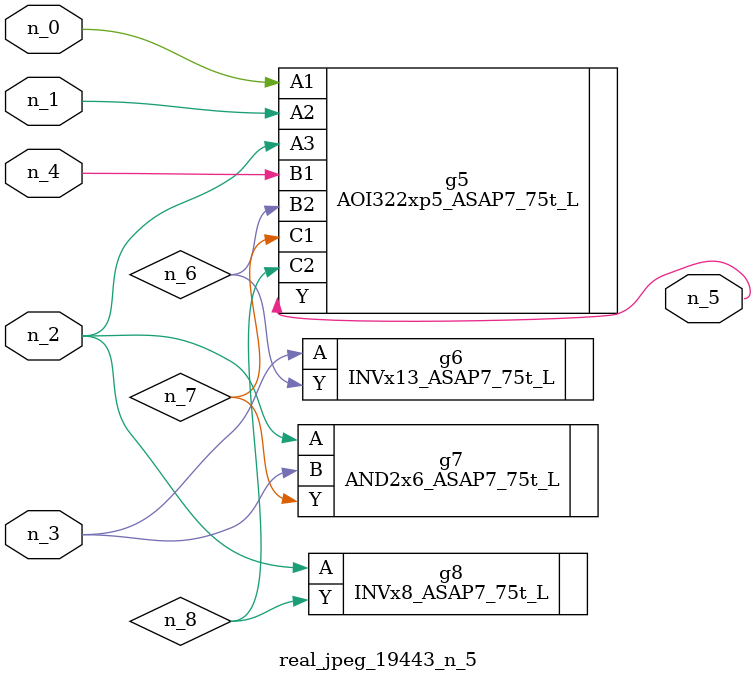
<source format=v>
module real_jpeg_19443_n_5 (n_4, n_0, n_1, n_2, n_3, n_5);

input n_4;
input n_0;
input n_1;
input n_2;
input n_3;

output n_5;

wire n_8;
wire n_6;
wire n_7;

AOI322xp5_ASAP7_75t_L g5 ( 
.A1(n_0),
.A2(n_1),
.A3(n_2),
.B1(n_4),
.B2(n_6),
.C1(n_7),
.C2(n_8),
.Y(n_5)
);

AND2x6_ASAP7_75t_L g7 ( 
.A(n_2),
.B(n_3),
.Y(n_7)
);

INVx8_ASAP7_75t_L g8 ( 
.A(n_2),
.Y(n_8)
);

INVx13_ASAP7_75t_L g6 ( 
.A(n_3),
.Y(n_6)
);


endmodule
</source>
